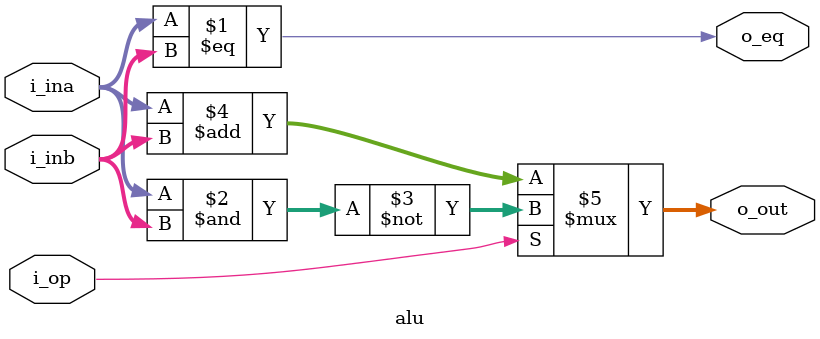
<source format=sv>
/*
MIT License

Copyright (c) 2022 Ashwin Rajesh

Permission is hereby granted, free of charge, to any person obtaining a copy
of this software and associated documentation files (the "Software"), to deal
in the Software without restriction, including without limitation the rights
to use, copy, modify, merge, publish, distribute, sublicense, and/or sell
copies of the Software, and to permit persons to whom the Software is
furnished to do so, subject to the following conditions:

The above copyright notice and this permission notice shall be included in all
copies or substantial portions of the Software.

THE SOFTWARE IS PROVIDED "AS IS", WITHOUT WARRANTY OF ANY KIND, EXPRESS OR
IMPLIED, INCLUDING BUT NOT LIMITED TO THE WARRANTIES OF MERCHANTABILITY,
FITNESS FOR A PARTICULAR PURPOSE AND NONINFRINGEMENT. IN NO EVENT SHALL THE
AUTHORS OR COPYRIGHT HOLDERS BE LIABLE FOR ANY CLAIM, DAMAGES OR OTHER
LIABILITY, WHETHER IN AN ACTION OF CONTRACT, TORT OR OTHERWISE, ARISING FROM,
OUT OF OR IN CONNECTION WITH THE SOFTWARE OR THE USE OR OTHER DEALINGS IN THE
SOFTWARE.
*/

`ifndef ALU_SV
`define ALU_SV

module alu #(
    parameter p_WORD_LEN = 16
) (
    input                   i_op,       // 0 for add, 1 for nand

    input[p_WORD_LEN-1:0]   i_ina,      // Input a
    input[p_WORD_LEN-1:0]   i_inb,      // Input b
    
    output[p_WORD_LEN-1:0]  o_out,      // Output
    output                  o_eq        // Were both inputs equal?
);

    assign o_eq     = (i_ina == i_inb);
    
    assign o_out    = i_op ? ~(i_ina & i_inb) : i_ina + i_inb;

endmodule

`endif

</source>
